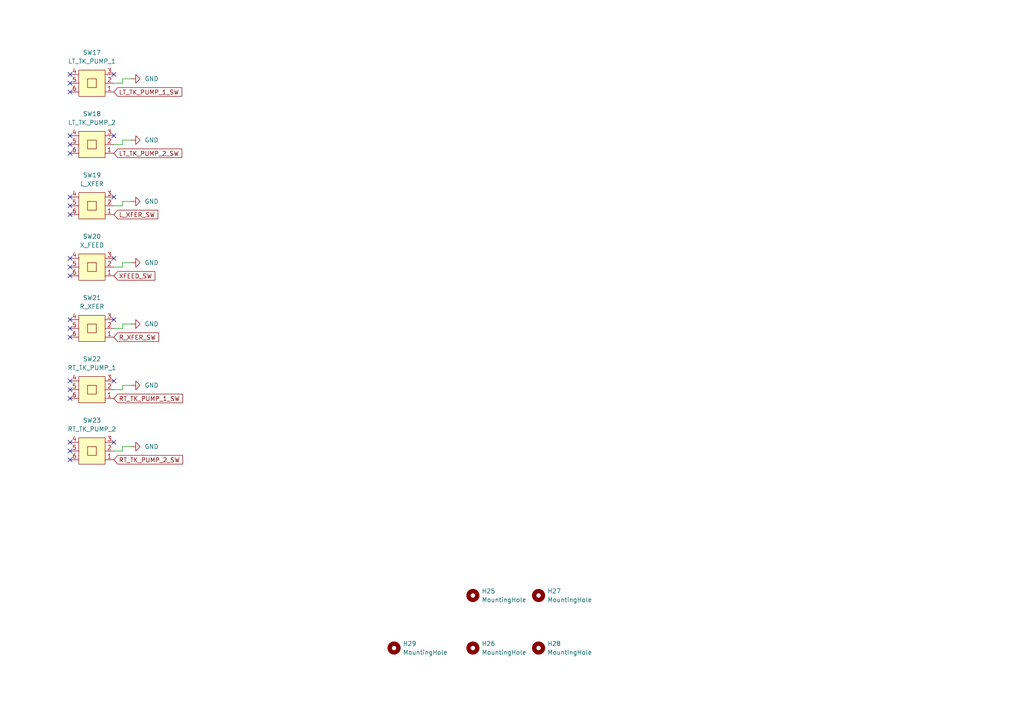
<source format=kicad_sch>
(kicad_sch (version 20231120) (generator "eeschema") (generator_version "8.0")
  (paper "A4")
  (lib_symbols
    (symbol "Mechanical:MountingHole" (pin_names (offset 1.016)) (exclude_from_sim yes) (in_bom no)
      (property "Reference" "H" (at 0 5.08 0))
      (property "Value" "MountingHole" (at 0 3.175 0))
      (symbol "MountingHole_0_1"
        (circle (center 0 0) (radius 1.27) (stroke (width 1.27)))
      )
    )
    (symbol "SFLibrary:SW_DPDT_XLX" (pin_names (offset 1.016))
      (property "Reference" "U" (at 0 5.08 0))
      (property "Value" "SW_DPDT_XLX" (at 0 2.54 0))
      (symbol "SW_DPDT_XLX_0_1"
        (rectangle (start -3.81 0) (end 3.81 -7.62) (fill (type background)))
        (polyline (pts (xy -1.27 -2.54) (xy 1.27 -2.54) (xy 1.27 -5.08) (xy -1.27 -5.08) (xy -1.27 -2.54)))
      )
      (symbol "SW_DPDT_XLX_1_1"
        (pin input line (at 6.35 -6.35 180) (length 2.54) (name "~") (number "1"))
        (pin input line (at 6.35 -3.81 180) (length 2.54) (name "~") (number "2"))
        (pin input line (at 6.35 -1.27 180) (length 2.54) (name "~") (number "3"))
        (pin input line (at -6.35 -1.27 0) (length 2.54) (name "~") (number "4"))
        (pin input line (at -6.35 -3.81 0) (length 2.54) (name "~") (number "5"))
        (pin input line (at -6.35 -6.35 0) (length 2.54) (name "~") (number "6"))
      )
    )
    (symbol "power:GND" (power) (pin_numbers hide) (pin_names (offset 0) hide)
      (property "Value" "GND" (at 0 -3.81 0))
      (symbol "GND_0_1"
        (polyline (pts (xy 0 0) (xy 0 -1.27) (xy 1.27 -1.27) (xy 0 -2.54) (xy -1.27 -1.27) (xy 0 -1.27)))
      )
      (symbol "GND_1_1"
        (pin power_in line (at 0 0 270) (length 0) (name "~") (number "1"))
      )
    )
  )
  (no_connect (at 20.32 24.13))
  (no_connect (at 20.32 77.47))
  (no_connect (at 33.02 92.71))
  (no_connect (at 20.32 133.35))
  (no_connect (at 33.02 39.37))
  (no_connect (at 20.32 92.71))
  (no_connect (at 20.32 74.93))
  (no_connect (at 20.32 57.15))
  (no_connect (at 33.02 110.49))
  (no_connect (at 20.32 130.81))
  (no_connect (at 20.32 97.79))
  (no_connect (at 20.32 110.49))
  (no_connect (at 20.32 113.03))
  (no_connect (at 20.32 128.27))
  (no_connect (at 20.32 26.67))
  (no_connect (at 20.32 59.69))
  (no_connect (at 20.32 44.45))
  (no_connect (at 20.32 80.01))
  (no_connect (at 33.02 74.93))
  (no_connect (at 33.02 57.15))
  (no_connect (at 33.02 128.27))
  (no_connect (at 20.32 21.59))
  (no_connect (at 33.02 21.59))
  (no_connect (at 20.32 115.57))
  (no_connect (at 20.32 95.25))
  (no_connect (at 20.32 41.91))
  (no_connect (at 20.32 62.23))
  (no_connect (at 20.32 39.37))
  (wire (pts (xy 38.1 22.86) (xy 35.56 22.86)))
  (wire (pts (xy 38.1 76.2) (xy 35.56 76.2)))
  (wire (pts (xy 35.56 24.13) (xy 33.02 24.13)))
  (wire (pts (xy 35.56 111.76) (xy 35.56 113.03)))
  (wire (pts (xy 38.1 129.54) (xy 35.56 129.54)))
  (wire (pts (xy 35.56 59.69) (xy 33.02 59.69)))
  (wire (pts (xy 35.56 95.25) (xy 33.02 95.25)))
  (wire (pts (xy 38.1 40.64) (xy 35.56 40.64)))
  (wire (pts (xy 35.56 130.81) (xy 33.02 130.81)))
  (wire (pts (xy 38.1 93.98) (xy 35.56 93.98)))
  (wire (pts (xy 35.56 40.64) (xy 35.56 41.91)))
  (wire (pts (xy 35.56 93.98) (xy 35.56 95.25)))
  (wire (pts (xy 35.56 129.54) (xy 35.56 130.81)))
  (wire (pts (xy 35.56 41.91) (xy 33.02 41.91)))
  (wire (pts (xy 38.1 111.76) (xy 35.56 111.76)))
  (wire (pts (xy 35.56 58.42) (xy 35.56 59.69)))
  (wire (pts (xy 35.56 113.03) (xy 33.02 113.03)))
  (wire (pts (xy 35.56 76.2) (xy 35.56 77.47)))
  (wire (pts (xy 35.56 77.47) (xy 33.02 77.47)))
  (wire (pts (xy 38.1 58.42) (xy 35.56 58.42)))
  (wire (pts (xy 35.56 22.86) (xy 35.56 24.13)))
  (global_label "XFEED_SW" (shape input) (at 33.02 80.01 0) (property "Intersheetrefs" "${INTERSHEET_REFS}" (effects (hide yes))))
  (global_label "L_XFER_SW" (shape input) (at 33.02 62.23 0) (property "Intersheetrefs" "${INTERSHEET_REFS}" (effects (hide yes))))
  (global_label "R_XFER_SW" (shape input) (at 33.02 97.79 0) (property "Intersheetrefs" "${INTERSHEET_REFS}" (effects (hide yes))))
  (global_label "LT_TK_PUMP_2_SW" (shape input) (at 33.02 44.45 0) (property "Intersheetrefs" "${INTERSHEET_REFS}" (effects (hide yes))))
  (global_label "LT_TK_PUMP_1_SW" (shape input) (at 33.02 26.67 0) (property "Intersheetrefs" "${INTERSHEET_REFS}" (effects (hide yes))))
  (global_label "RT_TK_PUMP_2_SW" (shape input) (at 33.02 133.35 0) (property "Intersheetrefs" "${INTERSHEET_REFS}" (effects (hide yes))))
  (global_label "RT_TK_PUMP_1_SW" (shape input) (at 33.02 115.57 0) (property "Intersheetrefs" "${INTERSHEET_REFS}" (effects (hide yes))))
  (symbol (lib_id "power:GND") (at 38.1 40.64 90) (unit 1)
    (property "Reference" "#PWR0151" (effects (hide yes)))
    (property "Value" "GND" (at 41.91 40.6399 90) (effects (justify right)))
    (property "Description" "Power symbol creates a global label with name \"GND\" , ground" (effects (hide yes)))
  )
  (symbol (lib_id "Mechanical:MountingHole") (at 137.16 172.72 0) (unit 1) (exclude_from_sim yes) (in_bom no)
    (property "Reference" "H25" (at 139.7 171.4499 0) (effects (justify left)))
    (property "Value" "MountingHole" (at 139.7 173.9899 0) (effects (justify left)))
    (property "Footprint" "MountingHole:MountingHole_3.2mm_M3_DIN965_Pad_TopBottom" (effects (hide yes)))
    (property "Description" "Mounting Hole without connection" (effects (hide yes)))
  )
  (symbol (lib_id "power:GND") (at 38.1 129.54 90) (unit 1)
    (property "Reference" "#PWR0156" (effects (hide yes)))
    (property "Value" "GND" (at 41.91 129.5399 90) (effects (justify right)))
    (property "Description" "Power symbol creates a global label with name \"GND\" , ground" (effects (hide yes)))
  )
  (symbol (lib_id "SFLibrary:SW_DPDT_XLX") (at 26.67 91.44 0) (unit 1)
    (property "Reference" "SW21" (at 26.67 86.36 0))
    (property "Value" "R_XFER" (at 26.67 88.9 0))
    (property "Footprint" "SFLibrary:G-Switch PS-7054DVB-6PN" (effects (hide yes)))
  )
  (symbol (lib_id "SFLibrary:SW_DPDT_XLX") (at 26.67 73.66 0) (unit 1)
    (property "Reference" "SW20" (at 26.67 68.58 0))
    (property "Value" "X_FEED" (at 26.67 71.12 0))
    (property "Footprint" "SFLibrary:G-Switch PS-7054DVB-6PN" (effects (hide yes)))
  )
  (symbol (lib_id "SFLibrary:SW_DPDT_XLX") (at 26.67 109.22 0) (unit 1)
    (property "Reference" "SW22" (at 26.67 104.14 0))
    (property "Value" "RT_TK_PUMP_1" (at 26.67 106.68 0))
    (property "Footprint" "SFLibrary:G-Switch PS-7054DVB-6PN" (effects (hide yes)))
  )
  (symbol (lib_id "SFLibrary:SW_DPDT_XLX") (at 26.67 38.1 0) (unit 1)
    (property "Reference" "SW18" (at 26.67 33.02 0))
    (property "Value" "LT_TK_PUMP_2" (at 26.67 35.56 0))
    (property "Footprint" "SFLibrary:G-Switch PS-7054DVB-6PN" (effects (hide yes)))
  )
  (symbol (lib_id "power:GND") (at 38.1 76.2 90) (unit 1)
    (property "Reference" "#PWR0153" (effects (hide yes)))
    (property "Value" "GND" (at 41.91 76.1999 90) (effects (justify right)))
    (property "Description" "Power symbol creates a global label with name \"GND\" , ground" (effects (hide yes)))
  )
  (symbol (lib_id "power:GND") (at 38.1 93.98 90) (unit 1)
    (property "Reference" "#PWR0154" (effects (hide yes)))
    (property "Value" "GND" (at 41.91 93.9799 90) (effects (justify right)))
    (property "Description" "Power symbol creates a global label with name \"GND\" , ground" (effects (hide yes)))
  )
  (symbol (lib_id "Mechanical:MountingHole") (at 156.21 187.96 0) (unit 1) (exclude_from_sim yes) (in_bom no)
    (property "Reference" "H28" (at 158.75 186.6899 0) (effects (justify left)))
    (property "Value" "MountingHole" (at 158.75 189.2299 0) (effects (justify left)))
    (property "Footprint" "MountingHole:MountingHole_3.2mm_M3_DIN965_Pad_TopBottom" (effects (hide yes)))
    (property "Description" "Mounting Hole without connection" (effects (hide yes)))
  )
  (symbol (lib_id "power:GND") (at 38.1 111.76 90) (unit 1)
    (property "Reference" "#PWR0155" (effects (hide yes)))
    (property "Value" "GND" (at 41.91 111.7599 90) (effects (justify right)))
    (property "Description" "Power symbol creates a global label with name \"GND\" , ground" (effects (hide yes)))
  )
  (symbol (lib_id "power:GND") (at 38.1 22.86 90) (unit 1)
    (property "Reference" "#PWR0150" (effects (hide yes)))
    (property "Value" "GND" (at 41.91 22.8599 90) (effects (justify right)))
    (property "Description" "Power symbol creates a global label with name \"GND\" , ground" (effects (hide yes)))
  )
  (symbol (lib_id "SFLibrary:SW_DPDT_XLX") (at 26.67 20.32 0) (unit 1)
    (property "Reference" "SW17" (at 26.67 15.24 0))
    (property "Value" "LT_TK_PUMP_1" (at 26.67 17.78 0))
    (property "Footprint" "SFLibrary:G-Switch PS-7054DVB-6PN" (effects (hide yes)))
  )
  (symbol (lib_id "Mechanical:MountingHole") (at 137.16 187.96 0) (unit 1) (exclude_from_sim yes) (in_bom no)
    (property "Reference" "H26" (at 139.7 186.6899 0) (effects (justify left)))
    (property "Value" "MountingHole" (at 139.7 189.2299 0) (effects (justify left)))
    (property "Footprint" "MountingHole:MountingHole_3.2mm_M3_DIN965_Pad_TopBottom" (effects (hide yes)))
    (property "Description" "Mounting Hole without connection" (effects (hide yes)))
  )
  (symbol (lib_id "SFLibrary:SW_DPDT_XLX") (at 26.67 55.88 0) (unit 1)
    (property "Reference" "SW19" (at 26.67 50.8 0))
    (property "Value" "L_XFER" (at 26.67 53.34 0))
    (property "Footprint" "SFLibrary:G-Switch PS-7054DVB-6PN" (effects (hide yes)))
  )
  (symbol (lib_id "Mechanical:MountingHole") (at 156.21 172.72 0) (unit 1) (exclude_from_sim yes) (in_bom no)
    (property "Reference" "H27" (at 158.75 171.4499 0) (effects (justify left)))
    (property "Value" "MountingHole" (at 158.75 173.9899 0) (effects (justify left)))
    (property "Footprint" "MountingHole:MountingHole_3.2mm_M3_DIN965_Pad_TopBottom" (effects (hide yes)))
    (property "Description" "Mounting Hole without connection" (effects (hide yes)))
  )
  (symbol (lib_id "SFLibrary:SW_DPDT_XLX") (at 26.67 127 0) (unit 1)
    (property "Reference" "SW23" (at 26.67 121.92 0))
    (property "Value" "RT_TK_PUMP_2" (at 26.67 124.46 0))
    (property "Footprint" "SFLibrary:G-Switch PS-7054DVB-6PN" (effects (hide yes)))
  )
  (symbol (lib_id "power:GND") (at 38.1 58.42 90) (unit 1)
    (property "Reference" "#PWR0152" (effects (hide yes)))
    (property "Value" "GND" (at 41.91 58.4199 90) (effects (justify right)))
    (property "Description" "Power symbol creates a global label with name \"GND\" , ground" (effects (hide yes)))
  )
  (symbol (lib_id "Mechanical:MountingHole") (at 114.3 187.96 0) (unit 1) (exclude_from_sim yes) (in_bom no)
    (property "Reference" "H29" (at 116.84 186.6899 0) (effects (justify left)))
    (property "Value" "MountingHole" (at 116.84 189.2299 0) (effects (justify left)))
    (property "Footprint" "MountingHole:MountingHole_3.2mm_M3_DIN965_Pad_TopBottom" (effects (hide yes)))
    (property "Description" "Mounting Hole without connection" (effects (hide yes)))
  )
)
</source>
